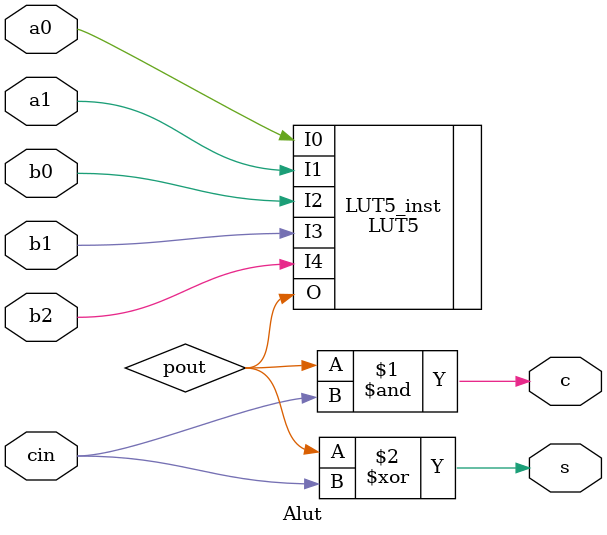
<source format=v>
`timescale 1ns / 1ps


module Alut(
input a1,
input a0,
input b0,
input b1,
input b2,
input cin,
output s,
output c
    );
    
    wire pout;
    
    LUT5 #(
      .INIT(32'h0335ACC0)  // Specify LUT Contents
   ) LUT5_inst (
      .O(pout),   // LUT general output
      .I0(a0), // LUT input
      .I1(a1), // LUT input
      .I2(b0), // LUT input
      .I3(b1), // LUT input
      .I4(b2)  // LUT input
   );
   
   assign c = pout&cin;
   assign s = pout^cin;
    
endmodule

</source>
